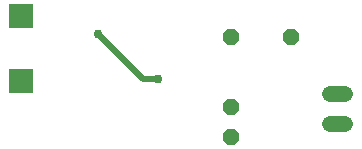
<source format=gbl>
G75*
%MOIN*%
%OFA0B0*%
%FSLAX25Y25*%
%IPPOS*%
%LPD*%
%AMOC8*
5,1,8,0,0,1.08239X$1,22.5*
%
%ADD10OC8,0.05200*%
%ADD11C,0.05200*%
%ADD12R,0.08268X0.08268*%
%ADD13C,0.02978*%
%ADD14C,0.02000*%
D10*
X0101500Y0102500D03*
X0101500Y0112500D03*
X0101500Y0136000D03*
X0121500Y0136000D03*
D11*
X0134400Y0117000D02*
X0139600Y0117000D01*
X0139600Y0107000D02*
X0134400Y0107000D01*
D12*
X0031500Y0121173D03*
X0031500Y0142827D03*
D13*
X0057000Y0137000D03*
X0077000Y0122000D03*
D14*
X0072000Y0122000D01*
X0057000Y0137000D01*
M02*

</source>
